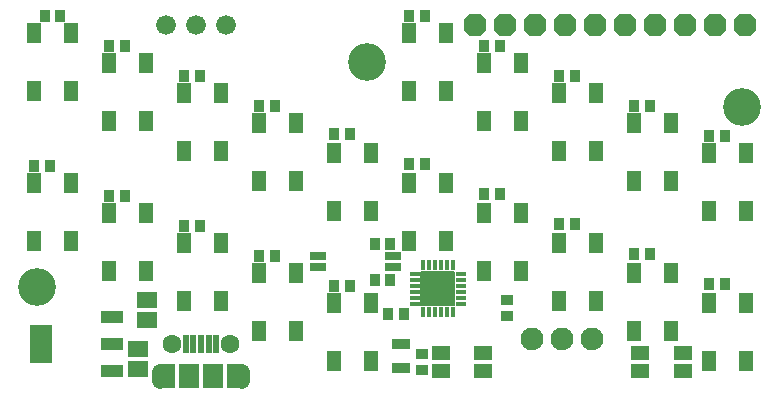
<source format=gbr>
G04 EAGLE Gerber RS-274X export*
G75*
%MOMM*%
%FSLAX34Y34*%
%LPD*%
%INSoldermask Bottom*%
%IPPOS*%
%AMOC8*
5,1,8,0,0,1.08239X$1,22.5*%
G01*
%ADD10C,3.200400*%
%ADD11R,1.652400X1.452400*%
%ADD12R,0.558800X1.498600*%
%ADD13C,1.600200*%
%ADD14R,1.651000X2.057400*%
%ADD15C,1.346200*%
%ADD16R,1.352906X2.057400*%
%ADD17R,1.052400X0.852400*%
%ADD18R,0.965200X0.457200*%
%ADD19R,0.457200X0.965200*%
%ADD20R,2.743200X2.743200*%
%ADD21C,0.152400*%
%ADD22R,1.913600X1.003200*%
%ADD23R,1.913600X3.303200*%
%ADD24R,0.852400X1.052400*%
%ADD25R,1.152400X1.652400*%
%ADD26R,1.352400X0.752400*%
%ADD27R,1.552400X1.202400*%
%ADD28C,1.930400*%
%ADD29P,2.089446X8X112.500000*%
%ADD30R,0.482600X0.914400*%
%ADD31C,1.676400*%


D10*
X317500Y279400D03*
X38100Y88900D03*
X635000Y241300D03*
D11*
X123190Y19440D03*
X123190Y36440D03*
D12*
X189546Y40278D03*
X183046Y40278D03*
X176546Y40278D03*
X170046Y40278D03*
X163546Y40278D03*
D13*
X201422Y40386D03*
X151638Y40386D03*
D14*
X186546Y13278D03*
X166546Y13278D03*
D15*
X141546Y9722D02*
X141546Y16834D01*
X211546Y16834D02*
X211546Y9722D01*
D16*
X205546Y13278D03*
X147555Y13278D03*
D17*
X363982Y18900D03*
X363982Y31900D03*
D18*
X357505Y74930D03*
X357505Y80010D03*
X357505Y85090D03*
X357505Y90170D03*
X357505Y95250D03*
X357505Y100330D03*
D19*
X364490Y107315D03*
X369570Y107315D03*
X374650Y107315D03*
X379730Y107315D03*
X384810Y107315D03*
X389890Y107315D03*
D18*
X396875Y100330D03*
X396875Y95250D03*
X396875Y90170D03*
X396875Y85090D03*
X396875Y80010D03*
X396875Y74930D03*
D19*
X389890Y67945D03*
X384810Y67945D03*
X379730Y67945D03*
X374650Y67945D03*
X369570Y67945D03*
X364490Y67945D03*
D20*
X377190Y87630D03*
D21*
X363220Y73660D02*
X363220Y101600D01*
X391160Y101600D01*
X391160Y73660D01*
X363220Y73660D01*
D22*
X101370Y63640D03*
X101370Y40640D03*
X101370Y17640D03*
D23*
X40870Y40640D03*
D11*
X130556Y61096D03*
X130556Y78096D03*
D24*
X348130Y66040D03*
X335130Y66040D03*
X336700Y95250D03*
X323700Y95250D03*
X336700Y125730D03*
X323700Y125730D03*
D25*
X288800Y75300D03*
X320800Y75300D03*
X320800Y26300D03*
X288800Y26300D03*
X225300Y100700D03*
X257300Y100700D03*
X257300Y51700D03*
X225300Y51700D03*
X161800Y126100D03*
X193800Y126100D03*
X193800Y77100D03*
X161800Y77100D03*
X98300Y151500D03*
X130300Y151500D03*
X130300Y102500D03*
X98300Y102500D03*
X34800Y176900D03*
X66800Y176900D03*
X66800Y127900D03*
X34800Y127900D03*
X34800Y303900D03*
X66800Y303900D03*
X66800Y254900D03*
X34800Y254900D03*
X98300Y278500D03*
X130300Y278500D03*
X130300Y229500D03*
X98300Y229500D03*
X161800Y253100D03*
X193800Y253100D03*
X193800Y204100D03*
X161800Y204100D03*
X225300Y227700D03*
X257300Y227700D03*
X257300Y178700D03*
X225300Y178700D03*
X288800Y202300D03*
X320800Y202300D03*
X320800Y153300D03*
X288800Y153300D03*
X352300Y176900D03*
X384300Y176900D03*
X384300Y127900D03*
X352300Y127900D03*
X415800Y151500D03*
X447800Y151500D03*
X447800Y102500D03*
X415800Y102500D03*
X479300Y126100D03*
X511300Y126100D03*
X511300Y77100D03*
X479300Y77100D03*
X542800Y100700D03*
X574800Y100700D03*
X574800Y51700D03*
X542800Y51700D03*
X606300Y75300D03*
X638300Y75300D03*
X638300Y26300D03*
X606300Y26300D03*
X606300Y202300D03*
X638300Y202300D03*
X638300Y153300D03*
X606300Y153300D03*
X542800Y227700D03*
X574800Y227700D03*
X574800Y178700D03*
X542800Y178700D03*
X479300Y253100D03*
X511300Y253100D03*
X511300Y204100D03*
X479300Y204100D03*
X415800Y278500D03*
X447800Y278500D03*
X447800Y229500D03*
X415800Y229500D03*
X352300Y303900D03*
X384300Y303900D03*
X384300Y254900D03*
X352300Y254900D03*
D26*
X338840Y114990D03*
X338840Y105990D03*
X275840Y114990D03*
X275840Y105990D03*
D27*
X415510Y32650D03*
X415510Y17900D03*
X379510Y17900D03*
X379510Y32900D03*
X584420Y32650D03*
X584420Y17900D03*
X548420Y17900D03*
X548420Y32900D03*
D28*
X508000Y45160D03*
X482600Y45160D03*
X457200Y45160D03*
D17*
X435610Y64620D03*
X435610Y77620D03*
D24*
X289410Y90170D03*
X302410Y90170D03*
X225910Y115570D03*
X238910Y115570D03*
X162410Y140970D03*
X175410Y140970D03*
X98910Y166370D03*
X111910Y166370D03*
X35410Y191770D03*
X48410Y191770D03*
X57300Y318770D03*
X44300Y318770D03*
X98910Y293370D03*
X111910Y293370D03*
X162410Y267970D03*
X175410Y267970D03*
X225910Y242570D03*
X238910Y242570D03*
X289410Y218440D03*
X302410Y218440D03*
X352910Y193040D03*
X365910Y193040D03*
X416410Y167640D03*
X429410Y167640D03*
X479910Y142240D03*
X492910Y142240D03*
X543410Y116840D03*
X556410Y116840D03*
X606910Y91440D03*
X619910Y91440D03*
X606910Y217170D03*
X619910Y217170D03*
X543410Y242570D03*
X556410Y242570D03*
X479910Y267970D03*
X492910Y267970D03*
X416410Y293370D03*
X429410Y293370D03*
X352910Y318770D03*
X365910Y318770D03*
D29*
X408940Y311150D03*
X434340Y311150D03*
X459740Y311150D03*
X485140Y311150D03*
X510540Y311150D03*
X535940Y311150D03*
X561340Y311150D03*
X586740Y311150D03*
X612140Y311150D03*
X637540Y311150D03*
D30*
X350694Y20193D03*
X345694Y20193D03*
X340694Y20193D03*
X340694Y40767D03*
X345694Y40767D03*
X350694Y40767D03*
D31*
X198120Y311150D03*
X172720Y311150D03*
X147320Y311150D03*
M02*

</source>
